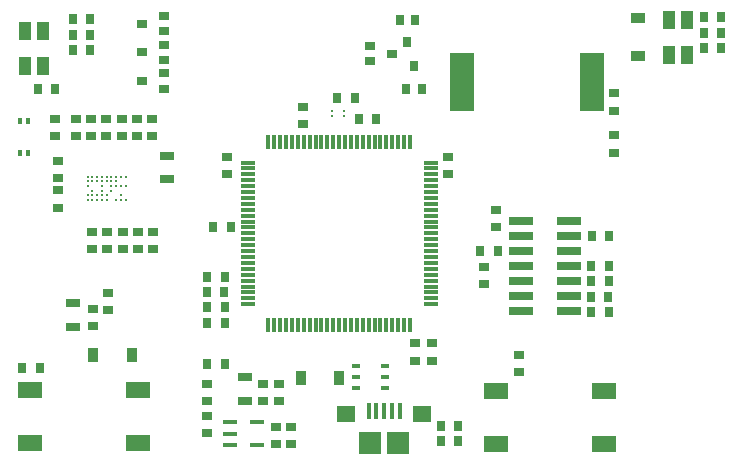
<source format=gtp>
G04*
G04 #@! TF.GenerationSoftware,Altium Limited,Altium Designer,18.1.9 (240)*
G04*
G04 Layer_Color=8421504*
%FSLAX24Y24*%
%MOIN*%
G70*
G01*
G75*
%ADD28R,0.0787X0.1969*%
%ADD29R,0.0270X0.0350*%
%ADD30R,0.0350X0.0270*%
%ADD31R,0.0433X0.0591*%
%ADD32R,0.0830X0.0550*%
%ADD33R,0.0354X0.0276*%
%ADD34R,0.0276X0.0354*%
%ADD35R,0.0787X0.0250*%
%ADD36R,0.0480X0.0360*%
%ADD37R,0.0472X0.0118*%
%ADD38R,0.0118X0.0472*%
%ADD39C,0.0098*%
%ADD40R,0.0472X0.0177*%
%ADD41R,0.0360X0.0480*%
%ADD42R,0.0500X0.0315*%
%ADD43R,0.0630X0.0551*%
%ADD44R,0.0157X0.0531*%
%ADD45R,0.0748X0.0748*%
%ADD46R,0.0276X0.0177*%
%ADD47R,0.0118X0.0236*%
%ADD48C,0.0102*%
D28*
X15105Y12550D02*
D03*
X19435D02*
D03*
D29*
X10940Y12020D02*
D03*
X11520Y12020D02*
D03*
X23730Y14700D02*
D03*
X23150Y14700D02*
D03*
X23730Y13680D02*
D03*
X23150Y13680D02*
D03*
X23730Y14190D02*
D03*
X23150Y14190D02*
D03*
X2700Y13610D02*
D03*
X2120Y13610D02*
D03*
X2700Y14120D02*
D03*
X2120Y14120D02*
D03*
X2700Y14630D02*
D03*
X2120Y14630D02*
D03*
X440Y3010D02*
D03*
X1020Y3010D02*
D03*
X7180Y4520D02*
D03*
X6600Y4520D02*
D03*
X11650Y11310D02*
D03*
X12230Y11310D02*
D03*
X19980Y5900D02*
D03*
X19400Y5900D02*
D03*
X19970Y5390D02*
D03*
X19390Y5390D02*
D03*
X19980Y4890D02*
D03*
X19400Y4890D02*
D03*
Y6420D02*
D03*
X19980Y6420D02*
D03*
X7180Y5030D02*
D03*
X6600Y5030D02*
D03*
X20000Y7400D02*
D03*
X19420Y7400D02*
D03*
X6800Y7710D02*
D03*
X7380Y7710D02*
D03*
X16280Y6900D02*
D03*
X15700Y6900D02*
D03*
X6590Y5540D02*
D03*
X7170Y5540D02*
D03*
X6600Y6050D02*
D03*
X7180Y6050D02*
D03*
X7190Y3130D02*
D03*
X6610Y3130D02*
D03*
X14390Y570D02*
D03*
X14970Y570D02*
D03*
X14390Y1080D02*
D03*
X14970Y1080D02*
D03*
X1540Y12310D02*
D03*
X960Y12310D02*
D03*
D30*
X1630Y9920D02*
D03*
X1630Y9340D02*
D03*
X1630Y8930D02*
D03*
X1630Y8350D02*
D03*
X2790Y4990D02*
D03*
X2790Y4410D02*
D03*
X4800Y6970D02*
D03*
X4800Y7550D02*
D03*
X3270D02*
D03*
X3270Y6970D02*
D03*
X2730Y11310D02*
D03*
X2730Y10730D02*
D03*
X3750Y11310D02*
D03*
X3750Y10730D02*
D03*
X3240Y11310D02*
D03*
X3240Y10730D02*
D03*
X2220D02*
D03*
X2220Y11310D02*
D03*
X4260Y10740D02*
D03*
X4260Y11320D02*
D03*
X4770Y10740D02*
D03*
X4770Y11320D02*
D03*
X2760Y7550D02*
D03*
X2760Y6970D02*
D03*
X1540Y11310D02*
D03*
X1540Y10730D02*
D03*
X4290Y7550D02*
D03*
X4290Y6970D02*
D03*
X3780Y7550D02*
D03*
X3780Y6970D02*
D03*
X17010Y2880D02*
D03*
X17010Y3460D02*
D03*
X9810Y11140D02*
D03*
X9810Y11720D02*
D03*
X7250Y9479D02*
D03*
X7250Y10059D02*
D03*
X14110Y3830D02*
D03*
X14110Y3250D02*
D03*
X14640Y10060D02*
D03*
X14640Y9480D02*
D03*
X15830Y6380D02*
D03*
X15830Y5800D02*
D03*
X13540Y3250D02*
D03*
X13540Y3830D02*
D03*
X16220Y7700D02*
D03*
Y8280D02*
D03*
X20150Y10770D02*
D03*
X20150Y10190D02*
D03*
X20150Y11590D02*
D03*
X20150Y12170D02*
D03*
X8470Y1900D02*
D03*
X8470Y2480D02*
D03*
X8900Y1050D02*
D03*
X8900Y470D02*
D03*
X6580Y2490D02*
D03*
X6580Y1910D02*
D03*
X8990Y2480D02*
D03*
X8990Y1900D02*
D03*
X9410Y1050D02*
D03*
X9410Y470D02*
D03*
X6590Y1420D02*
D03*
Y840D02*
D03*
X3310Y4940D02*
D03*
Y5520D02*
D03*
D31*
X21995Y14621D02*
D03*
X22585D02*
D03*
X22585Y13439D02*
D03*
X21995Y13439D02*
D03*
X1125Y13069D02*
D03*
X535D02*
D03*
X535Y14251D02*
D03*
X1125D02*
D03*
D32*
X16240Y2255D02*
D03*
X19820D02*
D03*
X16240Y485D02*
D03*
X19820D02*
D03*
X700Y2285D02*
D03*
X4280D02*
D03*
X700Y515D02*
D03*
X4280D02*
D03*
D33*
X12026Y13234D02*
D03*
Y13746D02*
D03*
X12774Y13490D02*
D03*
X5174Y14746D02*
D03*
Y14234D02*
D03*
X4426Y14490D02*
D03*
X5174Y13786D02*
D03*
Y13274D02*
D03*
X4426Y13530D02*
D03*
X5174Y12836D02*
D03*
Y12324D02*
D03*
X4426Y12580D02*
D03*
D34*
X13746Y12316D02*
D03*
X13234D02*
D03*
X13490Y13064D02*
D03*
X13014Y14624D02*
D03*
X13526D02*
D03*
X13270Y13876D02*
D03*
D35*
X17050Y4900D02*
D03*
X18650Y5900D02*
D03*
Y4900D02*
D03*
Y5400D02*
D03*
Y6400D02*
D03*
X17050Y6900D02*
D03*
X18650Y7400D02*
D03*
X17050Y7900D02*
D03*
Y7400D02*
D03*
X18650Y7900D02*
D03*
Y6900D02*
D03*
X17050Y5400D02*
D03*
Y5900D02*
D03*
Y6400D02*
D03*
D36*
X20961Y14689D02*
D03*
Y13399D02*
D03*
D37*
X7949Y5138D02*
D03*
X14051D02*
D03*
Y5335D02*
D03*
Y5531D02*
D03*
Y5728D02*
D03*
Y5925D02*
D03*
Y6122D02*
D03*
Y6319D02*
D03*
Y6516D02*
D03*
Y6713D02*
D03*
Y6909D02*
D03*
Y7106D02*
D03*
Y7303D02*
D03*
Y7500D02*
D03*
Y7697D02*
D03*
Y7894D02*
D03*
Y8091D02*
D03*
Y8287D02*
D03*
Y8484D02*
D03*
Y8681D02*
D03*
Y8878D02*
D03*
Y9075D02*
D03*
Y9272D02*
D03*
Y9469D02*
D03*
Y9665D02*
D03*
Y9862D02*
D03*
X7949Y5335D02*
D03*
Y5531D02*
D03*
Y5728D02*
D03*
Y5925D02*
D03*
Y6122D02*
D03*
Y6319D02*
D03*
Y6516D02*
D03*
Y6713D02*
D03*
Y6909D02*
D03*
Y7106D02*
D03*
Y7303D02*
D03*
Y7500D02*
D03*
Y7697D02*
D03*
Y7894D02*
D03*
Y8091D02*
D03*
Y8287D02*
D03*
Y8484D02*
D03*
Y8681D02*
D03*
Y8878D02*
D03*
Y9075D02*
D03*
Y9272D02*
D03*
Y9469D02*
D03*
Y9665D02*
D03*
Y9862D02*
D03*
D38*
X8638Y4449D02*
D03*
X8835D02*
D03*
X9031D02*
D03*
X9228D02*
D03*
X9425D02*
D03*
X9622D02*
D03*
X9819D02*
D03*
X10016D02*
D03*
X10213D02*
D03*
X10409D02*
D03*
X10606D02*
D03*
X10803D02*
D03*
X11000D02*
D03*
X11197D02*
D03*
X11394D02*
D03*
X11591D02*
D03*
X11787D02*
D03*
X11984D02*
D03*
X12181D02*
D03*
X12378D02*
D03*
X12575D02*
D03*
X12772D02*
D03*
X12968D02*
D03*
X13165D02*
D03*
X8638Y10551D02*
D03*
X8835D02*
D03*
X9031D02*
D03*
X9228D02*
D03*
X9425D02*
D03*
X9622D02*
D03*
X9819D02*
D03*
X10016D02*
D03*
X10213D02*
D03*
X10409D02*
D03*
X10606D02*
D03*
X10803D02*
D03*
X11000D02*
D03*
X11197D02*
D03*
X11394D02*
D03*
X11591D02*
D03*
X11787D02*
D03*
X11984D02*
D03*
X12181D02*
D03*
X12378D02*
D03*
X12575D02*
D03*
X12772D02*
D03*
X12968D02*
D03*
X13165D02*
D03*
X13362Y4449D02*
D03*
Y10551D02*
D03*
D39*
X10753Y11581D02*
D03*
X11147D02*
D03*
Y11419D02*
D03*
X10753D02*
D03*
D40*
X8271Y452D02*
D03*
X7366Y826D02*
D03*
X7366Y1200D02*
D03*
X7366Y452D02*
D03*
X8271Y1200D02*
D03*
D41*
X11011Y2691D02*
D03*
X9721D02*
D03*
X4091Y3461D02*
D03*
X2801D02*
D03*
D42*
X7871Y2708D02*
D03*
X7871Y1920D02*
D03*
X5249Y9297D02*
D03*
X5249Y10085D02*
D03*
X2121Y5168D02*
D03*
X2121Y4380D02*
D03*
D43*
X13760Y1494D02*
D03*
X11240Y1493D02*
D03*
D44*
X11988Y1577D02*
D03*
X12244D02*
D03*
X12500D02*
D03*
X12756D02*
D03*
X13012D02*
D03*
D45*
X12028Y523D02*
D03*
X12972D02*
D03*
D46*
X11578Y3094D02*
D03*
Y2720D02*
D03*
Y2346D02*
D03*
X12522Y3094D02*
D03*
Y2720D02*
D03*
Y2346D02*
D03*
D47*
X628Y11260D02*
D03*
X352D02*
D03*
X638Y10165D02*
D03*
X362D02*
D03*
D48*
X2620Y8606D02*
D03*
Y8764D02*
D03*
Y9079D02*
D03*
Y9236D02*
D03*
Y9394D02*
D03*
X2778Y8606D02*
D03*
Y8764D02*
D03*
Y8921D02*
D03*
Y9236D02*
D03*
X2935Y8606D02*
D03*
Y8764D02*
D03*
Y9236D02*
D03*
X3093Y8606D02*
D03*
Y8764D02*
D03*
Y8921D02*
D03*
Y9079D02*
D03*
Y9236D02*
D03*
X3250Y8606D02*
D03*
Y8764D02*
D03*
Y9236D02*
D03*
X3407Y8921D02*
D03*
Y9079D02*
D03*
Y9236D02*
D03*
X3565Y8606D02*
D03*
Y9079D02*
D03*
Y9236D02*
D03*
X3722Y8606D02*
D03*
Y8764D02*
D03*
Y9079D02*
D03*
X3880Y8606D02*
D03*
Y9079D02*
D03*
X2778Y9394D02*
D03*
X2935D02*
D03*
X3093D02*
D03*
X3250D02*
D03*
X3407D02*
D03*
X3565D02*
D03*
X3722D02*
D03*
X3880D02*
D03*
M02*

</source>
